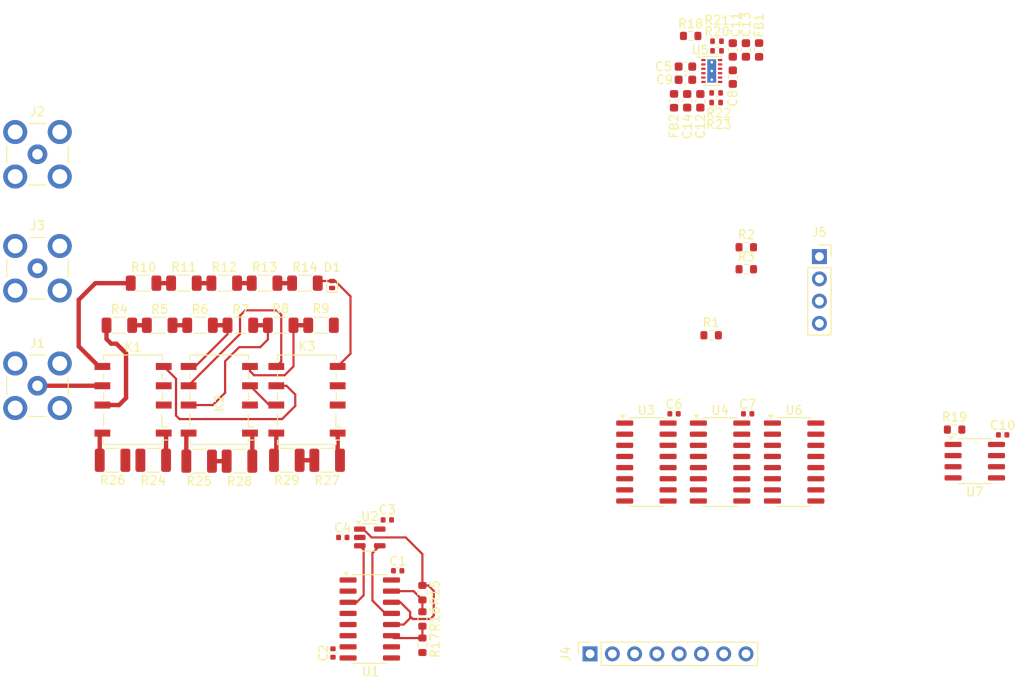
<source format=kicad_pcb>
(kicad_pcb (version 20241229) (generator "pcbnew") (generator_version "9.0")
  (layers (0 "F.Cu" signal) (4 "In1.Cu" signal) (6 "In2.Cu" signal) (2 "B.Cu" signal) (13 "F.Paste" user) (15 "B.Paste" user) (5 "F.SilkS" user "F.Silkscreen") (7 "B.SilkS" user "B.Silkscreen") (1 "F.Mask" user) (3 "B.Mask" user) (25 "Edge.Cuts" user))
  (net 0 "")
  (net 1 "+5V")
  (net 2 "GND")
  (net 3 "-5V")
  (net 4 "+5V2")
  (net 5 "+3V3")
  (net 6 "Net-(U5-C+)")
  (net 7 "Net-(U5-C-)")
  (net 8 "Net-(U5-CP)")
  (net 9 "Net-(U5-OUT+)")
  (net 10 "Net-(U5-OUT-)")
  (net 11 "/V_{LOW}")
  (net 12 "/IN")
  (net 13 "/ADC_{IN}")
  (net 14 "/V_{REF}")
  (net 15 "/EEP_{~{CS}}")
  (net 16 "Net-(J4-Pin_1)")
  (net 17 "/R_{LATCH}")
  (net 18 "Net-(J4-Pin_3)")
  (net 19 "Net-(J4-Pin_2)")
  (net 20 "/R_{~{SRCLR}}")
  (net 21 "/R_{~{OE}}")
  (net 22 "/PG")
  (net 23 "/G1")
  (net 24 "/V_{IN_HI}")
  (net 25 "/V_{IN_LO}")
  (net 26 "/ATT_{OUT}")
  (net 27 "/R1_{+S}")
  (net 28 "/R1_{+R}")
  (net 29 "Net-(K2-Pad5)")
  (net 30 "Net-(K2-Pad3)")
  (net 31 "Net-(K2-Pad6)")
  (net 32 "/R2_{+S}")
  (net 33 "Net-(K2-Pad4)")
  (net 34 "/R2_{+R}")
  (net 35 "Net-(K2-Pad7)")
  (net 36 "/GS_{IN}")
  (net 37 "/R3_{+R}")
  (net 38 "/R3_{+S}")
  (net 39 "/COPI")
  (net 40 "/CIPO")
  (net 41 "/SCLK")
  (net 42 "Net-(R4-Pad2)")
  (net 43 "Net-(R5-Pad2)")
  (net 44 "Net-(R10-Pad2)")
  (net 45 "Net-(R11-Pad2)")
  (net 46 "Net-(R12-Pad2)")
  (net 47 "Net-(R13-Pad2)")
  (net 48 "/G10")
  (net 49 "/G100")
  (net 50 "Net-(U5-FB+)")
  (net 51 "Net-(U5-FB-)")
  (net 52 "/GS_{A}")
  (net 53 "/GS_{B}")
  (net 54 "Net-(U1-X)")
  (net 55 "Net-(U1-Y)")
  (net 56 "/GS_{INH}")
  (net 57 "Net-(U3-QA)")
  (net 58 "Net-(U3-QC)")
  (net 59 "Net-(U3-QH')")
  (net 60 "Net-(U3-QB)")
  (net 61 "Net-(U3-QF)")
  (net 62 "Net-(U3-QE)")
  (net 63 "Net-(U3-QD)")
  (net 64 "/BS_{EN-}")
  (net 67 "/EEP_{~{HOLD}}")
  (net 68 "/BS_{EN+}")
  (net 69 "/EEP_{~{WP}}")
  (footprint "Resistor_SMD:R_0402_1005Metric" (layer "F.Cu") (at 155.6 51.1)
    (property "Reference" "R21" (at 0 -2.4 0) (layer "F.SilkS"))
    (property "Value" "102k")
    (pad "1" smd roundrect (at -0.51 0) (size 0.54 0.64) (layers "F.Cu" "F.Mask" "F.Paste") (net 50 "Net-(U5-FB+)"))
    (pad "2" smd roundrect (at 0.51 0) (size 0.54 0.64) (layers "F.Cu" "F.Mask" "F.Paste") (net 2 "GND"))
  )
  (footprint "Connector_Coaxial:SMB_Jack_Vertical" (layer "F.Cu") (at 78.1 77)
    (property "Reference" "J3" (at 0 -4.85 0) (layer "F.SilkS"))
    (property "Value" "V_{REF}")
    (pad "1" thru_hole circle (at 0 0) (size 2.24 2.24) (drill 1.2) (layers "*.Cu" "*.Mask") (net 14 "/V_{REF}"))
    (pad "2" thru_hole circle (at -2.54 -2.54) (size 2.74 2.74) (drill 1.7) (layers "*.Cu" "*.Mask") (net 2 "GND"))
    (pad "2" thru_hole circle (at -2.54 2.54) (size 2.74 2.74) (drill 1.7) (layers "*.Cu" "*.Mask") (net 2 "GND"))
    (pad "2" thru_hole circle (at 2.54 -2.54) (size 2.74 2.74) (drill 1.7) (layers "*.Cu" "*.Mask") (net 2 "GND"))
    (pad "2" thru_hole circle (at 2.54 2.54) (size 2.74 2.74) (drill 1.7) (layers "*.Cu" "*.Mask") (net 2 "GND"))
  )
  (footprint "Resistor_SMD:R_0402_1005Metric" (layer "F.Cu") (at 155.5 57)
    (property "Reference" "R22" (at 0.3 2.3 0) (layer "F.SilkS"))
    (property "Value" "150k")
    (pad "1" smd roundrect (at -0.51 0) (size 0.54 0.64) (layers "F.Cu" "F.Mask" "F.Paste") (net 2 "GND"))
    (pad "2" smd roundrect (at 0.51 0) (size 0.54 0.64) (layers "F.Cu" "F.Mask" "F.Paste") (net 51 "Net-(U5-FB-)"))
  )
  (footprint "Package_TO_SOT_SMD:SOT-23-5" (layer "F.Cu") (at 116 107.7)
    (property "Reference" "U2" (at 0 -2.4 0) (layer "F.SilkS"))
    (property "Value" "OPA197xDBV")
    (pad "1" smd roundrect (at -1.1375 -0.95) (size 1.325 0.6) (layers "F.Cu" "F.Mask" "F.Paste") (net 23 "/G1"))
    (pad "2" smd roundrect (at -1.1375 0) (size 1.325 0.6) (layers "F.Cu" "F.Mask" "F.Paste") (net 3 "-5V"))
    (pad "3" smd roundrect (at -1.1375 0.95) (size 1.325 0.6) (layers "F.Cu" "F.Mask" "F.Paste") (net 55 "Net-(U1-Y)"))
    (pad "4" smd roundrect (at 1.1375 0.95) (size 1.325 0.6) (layers "F.Cu" "F.Mask" "F.Paste") (net 54 "Net-(U1-X)"))
    (pad "5" smd roundrect (at 1.1375 -0.95) (size 1.325 0.6) (layers "F.Cu" "F.Mask" "F.Paste") (net 1 "+5V"))
  )
  (footprint "Capacitor_SMD:C_0402_1005Metric" (layer "F.Cu") (at 118 105.7)
    (property "Reference" "C3" (at 0 -1.16 0) (layer "F.SilkS"))
    (property "Value" "100nF")
    (pad "1" smd roundrect (at -0.48 0) (size 0.56 0.62) (layers "F.Cu" "F.Mask" "F.Paste") (net 1 "+5V"))
    (pad "2" smd roundrect (at 0.48 0) (size 0.56 0.62) (layers "F.Cu" "F.Mask" "F.Paste") (net 2 "GND"))
  )
  (footprint "Capacitor_SMD:C_0603_1608Metric" (layer "F.Cu") (at 152.2 57.9 90)
    (property "Reference" "C14" (at -2.925 0 90) (layer "F.SilkS"))
    (property "Value" "2.2u")
    (pad "1" smd roundrect (at -0.775 0 90) (size 0.9 0.95) (layers "F.Cu" "F.Mask" "F.Paste") (net 2 "GND"))
    (pad "2" smd roundrect (at 0.775 0 90) (size 0.9 0.95) (layers "F.Cu" "F.Mask" "F.Paste") (net 10 "Net-(U5-OUT-)"))
  )
  (footprint "Resistor_SMD:R_1206_3216Metric" (layer "F.Cu") (at 105.8375 83.5)
    (property "Reference" "R8" (at 0 -1.9 0) (layer "F.SilkS"))
    (property "Value" "9k")
    (pad "1" smd roundrect (at -1.4625 0) (size 1.125 1.75) (layers "F.Cu" "F.Mask" "F.Paste") (roundrect_rratio 0.222222) (net 35 "Net-(K2-Pad7)"))
    (pad "2" smd roundrect (at 1.4625 0) (size 1.125 1.75) (layers "F.Cu" "F.Mask" "F.Paste") (roundrect_rratio 0.222222) (net 33 "Net-(K2-Pad4)"))
  )
  (footprint "Connector_PinSocket_2.54mm:PinSocket_1x08_P2.54mm_Vertical" (layer "F.Cu") (at 141.125 120.975 90)
    (property "Reference" "J4" (at 0 -2.77 90) (layer "F.SilkS"))
    (property "Value" "COM")
    (pad "1" thru_hole rect (at 0 0 90) (size 1.7 1.7) (drill 1) (layers "*.Cu" "*.Mask") (net 16 "Net-(J4-Pin_1)"))
    (pad "2" thru_hole circle (at 0 2.54 90) (size 1.7 1.7) (drill 1) (layers "*.Cu" "*.Mask") (net 19 "Net-(J4-Pin_2)"))
    (pad "3" thru_hole circle (at 0 5.08 90) (size 1.7 1.7) (drill 1) (layers "*.Cu" "*.Mask") (net 18 "Net-(J4-Pin_3)"))
    (pad "4" thru_hole circle (at 0 7.62 90) (size 1.7 1.7) (drill 1) (layers "*.Cu" "*.Mask") (net 15 "/EEP_{~{CS}}"))
    (pad "5" thru_hole circle (at 0 10.16 90) (size 1.7 1.7) (drill 1) (layers "*.Cu" "*.Mask") (net 20 "/R_{~{SRCLR}}"))
    (pad "6" thru_hole circle (at 0 12.7 90) (size 1.7 1.7) (drill 1) (layers "*.Cu" "*.Mask") (net 17 "/R_{LATCH}"))
    (pad "7" thru_hole circle (at 0 15.24 90) (size 1.7 1.7) (drill 1) (layers "*.Cu" "*.Mask") (net 21 "/R_{~{OE}}"))
    (pad "8" thru_hole circle (at 0 17.78 90) (size 1.7 1.7) (drill 1) (layers "*.Cu" "*.Mask") (net 2 "GND"))
  )
  (footprint "Resistor_SMD:R_1210_3225Metric" (layer "F.Cu") (at 96.5375 99 180)
    (property "Reference" "R25" (at 0 -2.28 0) (layer "F.SilkS"))
    (property "Value" "49.9")
    (pad "1" smd roundrect (at -1.4625 0 180) (size 1.125 2.65) (layers "F.Cu" "F.Mask" "F.Paste") (roundrect_rratio 0.222222) (net 1 "+5V"))
    (pad "2" smd roundrect (at 1.4625 0 180) (size 1.125 2.65) (layers "F.Cu" "F.Mask" "F.Paste") (roundrect_rratio 0.222222) (net 34 "/R2_{+R}"))
  )
  (footprint "Capacitor_SMD:C_0603_1608Metric" (layer "F.Cu") (at 152 54 180)
    (property "Reference" "C5" (at 2.5 0 0) (layer "F.SilkS"))
    (property "Value" "4.7u")
    (pad "1" smd roundrect (at -0.775 0 180) (size 0.9 0.95) (layers "F.Cu" "F.Mask" "F.Paste") (net 4 "+5V2"))
    (pad "2" smd roundrect (at 0.775 0 180) (size 0.9 0.95) (layers "F.Cu" "F.Mask" "F.Paste") (net 2 "GND"))
  )
  (footprint "Package_SON:WSON-12-1EP_3x2mm_P0.5mm_EP1x2.65_ThermalVias" (layer "F.Cu") (at 155 54.5)
    (property "Reference" "U5" (at -1.3 -2.4 0) (layer "F.SilkS"))
    (property "Value" "LM27762")
    (pad "1" smd roundrect (at -0.95 -1.25) (size 0.5 0.25) (layers "F.Cu" "F.Mask" "F.Paste") (net 22 "/PG"))
    (pad "2" smd roundrect (at -0.95 -0.75) (size 0.5 0.25) (layers "F.Cu" "F.Mask" "F.Paste") (net 50 "Net-(U5-FB+)"))
    (pad "3" smd roundrect (at -0.95 -0.25) (size 0.5 0.25) (layers "F.Cu" "F.Mask" "F.Paste") (net 4 "+5V2"))
    (pad "4" smd roundrect (at -0.95 0.25) (size 0.5 0.25) (layers "F.Cu" "F.Mask" "F.Paste") (net 2 "GND"))
    (pad "5" smd roundrect (at -0.95 0.75) (size 0.5 0.25) (layers "F.Cu" "F.Mask" "F.Paste") (net 8 "Net-(U5-CP)"))
    (pad "6" smd roundrect (at -0.95 1.25) (size 0.5 0.25) (layers "F.Cu" "F.Mask" "F.Paste") (net 10 "Net-(U5-OUT-)"))
    (pad "7" smd roundrect (at 0.95 1.25) (size 0.5 0.25) (layers "F.Cu" "F.Mask" "F.Paste") (net 51 "Net-(U5-FB-)"))
    (pad "8" smd roundrect (at 0.95 0.75) (size 0.5 0.25) (layers "F.Cu" "F.Mask" "F.Paste") (net 64 "/BS_{EN-}"))
    (pad "9" smd roundrect (at 0.95 0.25) (size 0.5 0.25) (layers "F.Cu" "F.Mask" "F.Paste") (net 7 "Net-(U5-C-)"))
    (pad "10" smd roundrect (at 0.95 -0.25) (size 0.5 0.25) (layers "F.Cu" "F.Mask" "F.Paste") (net 6 "Net-(U5-C+)"))
    (pad "11" smd roundrect (at 0.95 -0.75) (size 0.5 0.25) (layers "F.Cu" "F.Mask" "F.Paste") (net 9 "Net-(U5-OUT+)"))
    (pad "12" smd roundrect (at 0.95 -1.25) (size 0.5 0.25) (layers "F.Cu" "F.Mask" "F.Paste") (net 68 "/BS_{EN+}"))
    (pad "13" thru_hole circle (at 0 -1 90) (size 0.6 0.6) (drill 0.3) (layers "*.Cu") (net 2 "GND"))
    (pad "13" thru_hole circle (at 0 0) (size 0.6 0.6) (drill 0.3) (layers "*.Cu") (net 2 "GND"))
    (pad "13" smd rect (at 0 0) (size 1 2.65) (layers "F.Cu" "F.Mask") (net 2 "GND"))
    (pad "13" smd rect (at 0 0) (size 1 2.65) (layers "B.Cu") (net 2 "GND"))
    (pad "13" thru_hole circle (at 0 1) (size 0.6 0.6) (drill 0.3) (layers "*.Cu") (net 2 "GND"))
  )
  (footprint "Capacitor_SMD:C_0603_1608Metric" (layer "F.Cu") (at 157.4 52.1 90)
    (property "Reference" "C11" (at 2.9 0.3 90) (layer "F.SilkS"))
    (property "Value" "2.2u")
    (pad "1" smd roundrect (at -0.775 0 90) (size 0.9 0.95) (layers "F.Cu" "F.Mask" "F.Paste") (net 9 "Net-(U5-OUT+)"))
    (pad "2" smd roundrect (at 0.775 0 90) (size 0.9 0.95) (layers "F.Cu" "F.Mask" "F.Paste") (net 2 "GND"))
  )
  (footprint "Relay_SMD:Relay_DPDT_Omron_G6K-2F-Y" (layer "F.Cu") (at 89 92 180)
    (property "Reference" "K1" (at 0 6 0) (layer "F.SilkS"))
    (property "Value" "G6KU-2")
    (pad "1" smd rect (at -3.5 -3.8 180) (size 1.8 0.8) (layers "F.Cu" "F.Mask" "F.Paste") (net 27 "/R1_{+S}"))
    (pad "2" smd rect (at -3.5 -0.6 180) (size 1.8 0.8) (layers "F.Cu" "F.Mask" "F.Paste") (net 23 "/G1"))
    (pad "3" smd rect (at -3.5 1.6 180) (size 1.8 0.8) (layers "F.Cu" "F.Mask" "F.Paste") (net 13 "/ADC_{IN}"))
    (pad "4" smd rect (at -3.5 3.8 180) (size 1.8 0.8) (layers "F.Cu" "F.Mask" "F.Paste") (net 26 "/ATT_{OUT}"))
    (pad "5" smd rect (at 3.5 3.8 180) (size 1.8 0.8) (layers "F.Cu" "F.Mask" "F.Paste") (net 25 "/V_{IN_LO}"))
    (pad "6" smd rect (at 3.5 1.6 180) (size 1.8 0.8) (layers "F.Cu" "F.Mask" "F.Paste") (net 12 "/IN"))
    (pad "7" smd rect (at 3.5 -0.6 180) (size 1.8 0.8) (layers "F.Cu" "F.Mask" "F.Paste") (net 24 "/V_{IN_HI}"))
    (pad "8" smd rect (at 3.5 -3.8 180) (size 1.8 0.8) (layers "F.Cu" "F.Mask" "F.Paste") (net 28 "/R1_{+R}"))
  )
  (footprint "Resistor_SMD:R_0603_1608Metric" (layer "F.Cu") (at 122 117 -90)
    (property "Reference" "R16" (at 0 -1.43 90) (layer "F.SilkS"))
    (property "Value" "18k")
    (pad "1" smd roundrect (at -0.825 0 270) (size 0.8 0.95) (layers "F.Cu" "F.Mask" "F.Paste") (net 48 "/G10"))
    (pad "2" smd roundrect (at 0.825 0 270) (size 0.8 0.95) (layers "F.Cu" "F.Mask" "F.Paste") (net 49 "/G100"))
  )
  (footprint "Resistor_SMD:R_1206_3216Metric" (layer "F.Cu") (at 87.4375 83.5)
    (property "Reference" "R4" (at 0 -1.83 0) (layer "F.SilkS"))
    (property "Value" "300k")
    (pad "1" smd roundrect (at -1.4625 0) (size 1.125 1.75) (layers "F.Cu" "F.Mask" "F.Paste") (roundrect_rratio 0.222222) (net 24 "/V_{IN_HI}"))
    (pad "2" smd roundrect (at 1.4625 0) (size 1.125 1.75) (layers "F.Cu" "F.Mask" "F.Paste") (roundrect_rratio 0.222222) (net 42 "Net-(R4-Pad2)"))
  )
  (footprint "Resistor_SMD:R_1206_3216Metric" (layer "F.Cu") (at 104 78.7)
    (property "Reference" "R13" (at 0 -1.83 0) (layer "F.SilkS"))
    (property "Value" "20k")
    (pad "1" smd roundrect (at -1.4625 0) (size 1.125 1.75) (layers "F.Cu" "F.Mask" "F.Paste") (roundrect_rratio 0.222222) (net 46 "Net-(R12-Pad2)"))
    (pad "2" smd roundrect (at 1.4625 0) (size 1.125 1.75) (layers "F.Cu" "F.Mask" "F.Paste") (roundrect_rratio 0.222222) (net 47 "Net-(R13-Pad2)"))
  )
  (footprint "Resistor_SMD:R_0603_1608Metric" (layer "F.Cu") (at 158.94 74.6)
    (property "Reference" "R2" (at 0 -1.43 0) (layer "F.SilkS"))
    (property "Value" "49.9")
    (pad "1" smd roundrect (at -0.825 0) (size 0.8 0.95) (layers "F.Cu" "F.Mask" "F.Paste") (net 40 "/CIPO"))
    (pad "2" smd roundrect (at 0.825 0) (size 0.8 0.95) (layers "F.Cu" "F.Mask" "F.Paste") (net 19 "Net-(J4-Pin_2)"))
  )
  (footprint "Capacitor_SMD:C_0402_1005Metric" (layer "F.Cu") (at 150.7 93.6 180)
    (property "Reference" "C6" (at 0 1.1 0) (layer "F.SilkS"))
    (property "Value" "100nF")
    (pad "1" smd roundrect (at -0.48 0 180) (size 0.56 0.62) (layers "F.Cu" "F.Mask" "F.Paste") (net 2 "GND"))
    (pad "2" smd roundrect (at 0.48 0 180) (size 0.56 0.62) (layers "F.Cu" "F.Mask" "F.Paste") (net 5 "+3V3"))
  )
  (footprint "Resistor_SMD:R_1206_3216Metric" (layer "F.Cu") (at 90.2 78.7)
    (property "Reference" "R10" (at 0 -1.83 0) (layer "F.SilkS"))
    (property "Value" "20k")
    (pad "1" smd roundrect (at -1.4625 0) (size 1.125 1.75) (layers "F.Cu" "F.Mask" "F.Paste") (roundrect_rratio 0.222222) (net 25 "/V_{IN_LO}"))
    (pad "2" smd roundrect (at 1.4625 0) (size 1.125 1.75) (layers "F.Cu" "F.Mask" "F.Paste") (roundrect_rratio 0.222222) (net 44 "Net-(R10-Pad2)"))
  )
  (footprint "Relay_SMD:Relay_DPDT_Omron_G6K-2F-Y" (layer "F.Cu") (at 98.8375 92 180)
    (property "Reference" "K2" (at 0 -0.4 90) (layer "F.SilkS"))
    (property "Value" "G6KU-2")
    (pad "1" smd rect (at -3.5 -3.8 180) (size 1.8 0.8) (layers "F.Cu" "F.Mask" "F.Paste") (net 32 "/R2_{+S}"))
    (pad "2" smd rect (at -3.5 -0.6 180) (size 1.8 0.8) (layers "F.Cu" "F.Mask" "F.Paste") (net 2 "GND"))
    (pad "3" smd rect (at -3.5 1.6 180) (size 1.8 0.8) (layers "F.Cu" "F.Mask" "F.Paste") (net 30 "Net-(K2-Pad3)"))
    (pad "4" smd rect (at -3.5 3.8 180) (size 1.8 0.8) (layers "F.Cu" "F.Mask" "F.Paste") (net 33 "Net-(K2-Pad4)"))
    (pad "5" smd rect (at 3.5 3.8 180) (size 1.8 0.8) (layers "F.Cu" "F.Mask" "F.Paste") (net 29 "Net-(K2-Pad5)"))
    (pad "6" smd rect (at 3.5 1.6 180) (size 1.8 0.8) (layers "F.Cu" "F.Mask" "F.Paste") (net 31 "Net-(K2-Pad6)"))
    (pad "7" smd rect (at 3.5 -0.6 180) (size 1.8 0.8) (layers "F.Cu" "F.Mask" "F.Paste") (net 35 "Net-(K2-Pad7)"))
    (pad "8" smd rect (at 3.5 -3.8 180) (size 1.8 0.8) (layers "F.Cu" "F.Mask" "F.Paste") (net 34 "/R2_{+R}"))
  )
  (footprint "Resistor_SMD:R_1210_3225Metric" (layer "F.Cu") (at 111.1375 98.9)
    (property "Reference" "R27" (at 0 2.3 0) (layer "F.SilkS"))
    (property "Value" "49.9")
    (pad "1" smd roundrect (at -1.4625 0) (size 1.125 2.65) (layers "F.Cu" "F.Mask" "F.Paste") (roundrect_rratio 0.222222) (net 1 "+5V"))
    (pad "2" smd roundrect (at 1.4625 0) (size 1.125 2.65) (layers "F.Cu" "F.Mask" "F.Paste") (roundrect_rratio 0.222222) (net 38 "/R3_{+S}"))
  )
  (footprint "Inductor_SMD:L_0603_1608Metric" (layer "F.Cu") (at 150.7 57.9 -90)
    (property "Reference" "FB2" (at 2.9 0 90) (layer "F.SilkS"))
    (property "Value" "600Ω@100MHz")
    (pad "1" smd roundrect (at -0.7875 0 270) (size 0.875 0.95) (layers "F.Cu" "F.Mask" "F.Paste") (net 10 "Net-(U5-OUT-)"))
    (pad "2" smd roundrect (at 0.7875 0 270) (size 0.875 0.95) (layers "F.Cu" "F.Mask" "F.Paste") (net 3 "-5V"))
  )
  (footprint "Capacitor_SMD:C_0603_1608Metric" (layer "F.Cu") (at 157.4 55.2 -90)
    (property "Reference" "C8" (at 2.41 0 90) (layer "F.SilkS"))
    (property "Value" "1u")
    (pad "1" smd roundrect (at -0.775 0 270) (size 0.9 0.95) (layers "F.Cu" "F.Mask" "F.Paste") (net 6 "Net-(U5-C+)"))
    (pad "2" smd roundrect (at 0.775 0 270) (size 0.9 0.95) (layers "F.Cu" "F.Mask" "F.Paste") (net 7 "Net-(U5-C-)"))
  )
  (footprint "Resistor_SMD:R_1210_3225Metric" (layer "F.Cu") (at 101.1375 99)
    (property "Reference" "R28" (at 0 2.3 0) (layer "F.SilkS"))
    (property "Value" "49.9")
    (pad "1" smd roundrect (at -1.4625 0) (size 1.125 2.65) (layers "F.Cu" "F.Mask" "F.Paste") (roundrect_rratio 0.222222) (net 1 "+5V"))
    (pad "2" smd roundrect (at 1.4625 0) (size 1.125 2.65) (layers "F.Cu" "F.Mask" "F.Paste") (roundrect_rratio 0.222222) (net 32 "/R2_{+S}"))
  )
  (footprint "Capacitor_SMD:C_0603_1608Metric" (layer "F.Cu") (at 152 55.5 180)
    (property "Reference" "C9" (at 2.4 0 0) (layer "F.SilkS"))
    (property "Value" "10u")
    (pad "1" smd roundrect (at -0.775 0 180) (size 0.9 0.95) (layers "F.Cu" "F.Mask" "F.Paste") (net 8 "Net-(U5-CP)"))
    (pad "2" smd roundrect (at 0.775 0 180) (size 0.9 0.95) (layers "F.Cu" "F.Mask" "F.Paste") (net 2 "GND"))
  )
  (footprint "Package_SO:SOIC-16_3.9x9.9mm_P1.27mm" (layer "F.Cu") (at 147.55 99.1)
    (property "Reference" "U3" (at 0 -5.9 0) (layer "F.SilkS"))
    (property "Value" "74HC595")
    (pad "1" smd roundrect (at -2.475 -4.445) (size 1.95 0.6) (layers "F.Cu" "F.Mask" "F.Paste") (net 60 "Net-(U3-QB)"))
    (pad "2" smd roundrect (at -2.475 -3.175) (size 1.95 0.6) (layers "F.Cu" "F.Mask" "F.Paste") (net 58 "Net-(U3-QC)"))
    (pad "3" smd roundrect (at -2.475 -1.905) (size 1.95 0.6) (layers "F.Cu" "F.Mask" "F.Paste") (net 63 "Net-(U3-QD)"))
    (pad "4" smd roundrect (at -2.475 -0.635) (size 1.95 0.6) (layers "F.Cu" "F.Mask" "F.Paste") (net 62 "Net-(U3-QE)"))
    (pad "5" smd roundrect (at -2.475 0.635) (size 1.95 0.6) (layers "F.Cu" "F.Mask" "F.Paste") (net 61 "Net-(U3-QF)"))
    (pad "6" smd roundrect (at -2.475 1.905) (size 1.95 0.6) (layers "F.Cu" "F.Mask" "F.Paste") (net 52 "/GS_{A}"))
    (pad "7" smd roundrect (at -2.475 3.175) (size 1.95 0.6) (layers "F.Cu" "F.Mask" "F.Paste") (net 53 "/GS_{B}"))
    (pad "8" smd roundrect (at -2.475 4.445) (size 1.95 0.6) (layers "F.Cu" "F.Mask" "F.Paste") (net 2 "GND"))
    (pad "9" smd roundrect (at 2.475 4.445) (size 1.95 0.6) (layers "F.Cu" "F.Mask" "F.Paste") (net 59 "Net-(U3-QH')"))
    (pad "10" smd roundrect (at 2.475 3.175) (size 1.95 0.6) (layers "F.Cu" "F.Mask" "F.Paste") (net 20 "/R_{~{SRCLR}}"))
    (pad "11" smd roundrect (at 2.475 1.905) (size 1.95 0.6) (layers "F.Cu" "F.Mask" "F.Paste") (net 41 "/SCLK"))
    (pad "12" smd roundrect (at 2.475 0.635) (size 1.95 0.6) (layers "F.Cu" "F.Mask" "F.Paste") (net 17 "/R_{LATCH}"))
    (pad "13" smd roundrect (at 2.475 -0.635) (size 1.95 0.6) (layers "F.Cu" "F.Mask" "F.Paste") (net 21 "/R_{~{OE}}"))
    (pad "14" smd roundrect (at 2.475 -1.905) (size 1.95 0.6) (layers "F.Cu" "F.Mask" "F.Paste") (net 39 "/COPI"))
    (pad "15" smd roundrect (at 2.475 -3.175) (size 1.95 0.6) (layers "F.Cu" "F.Mask" "F.Paste") (net 57 "Net-(U3-QA)"))
    (pad "16" smd roundrect (at 2.475 -4.445) (size 1.95 0.6) (layers "F.Cu" "F.Mask" "F.Paste") (net 5 "+3V3"))
  )
  (footprint "Resistor_SMD:R_1206_3216Metric" (layer "F.Cu") (at 99.4 78.7)
    (property "Reference" "R12" (at 0 -1.83 0) (layer "F.SilkS"))
    (property "Value" "20k")
    (pad "1" smd roundrect (at -1.4625 0) (size 1.125 1.75) (layers "F.Cu" "F.Mask" "F.Paste") (roundrect_rratio 0.222222) (net 45 "Net-(R11-Pad2)"))
    (pad "2" smd roundrect (at 1.4625 0) (size 1.125 1.75) (layers "F.Cu" "F.Mask" "F.Paste") (roundrect_rratio 0.222222) (net 46 "Net-(R12-Pad2)"))
  )
  (footprint "Capacitor_SMD:C_0402_1005Metric" (layer "F.Cu") (at 119.18 111.5 180)
    (property "Reference" "C1" (at -0.02 1.1 0) (layer "F.SilkS"))
    (property "Value" "100nF")
    (pad "1" smd roundrect (at -0.48 0 180) (size 0.56 0.62) (layers "F.Cu" "F.Mask" "F.Paste") (net 2 "GND"))
    (pad "2" smd roundrect (at 0.48 0 180) (size 0.56 0.62) (layers "F.Cu" "F.Mask" "F.Paste") (net 1 "+5V"))
  )
  (footprint "Capacitor_SMD:C_0603_1608Metric" (layer "F.Cu") (at 158.9 52.1 90)
    (property "Reference" "C13" (at 2.9 0 90) (layer "F.SilkS"))
    (property "Value" "2.2u")
    (pad "1" smd roundrect (at -0.775 0 90) (size 0.9 0.95) (layers "F.Cu" "F.Mask" "F.Paste") (net 9 "Net-(U5-OUT+)"))
    (pad "2" smd roundrect (at 0.775 0 90) (size 0.9 0.95) (layers "F.Cu" "F.Mask" "F.Paste") (net 2 "GND"))
  )
  (footprint "Resistor_SMD:R_1210_3225Metric" (layer "F.Cu") (at 86.6625 98.9 180)
    (property "Reference" "R26" (at 0 -2.28 0) (layer "F.SilkS"))
    (property "Value" "49.9")
    (pad "1" smd roundrect (at -1.4625 0 180) (size 1.125 2.65) (layers "F.Cu" "F.Mask" "F.Paste") (roundrect_rratio 0.222222) (net 1 "+5V"))
    (pad "2" smd roundrect (at 1.4625 0 180) (size 1.125 2.65) (layers "F.Cu" "F.Mask" "F.Paste") (roundrect_rratio 0.222222) (net 28 "/R1_{+R}"))
  )
  (footprint "Resistor_SMD:R_0402_1005Metric" (layer "F.Cu") (at 155.6 52.2 180)
    (property "Reference" "R20" (at 0 2.2 0) (layer "F.SilkS"))
    (property "Value" "316k")
    (pad "1" smd roundrect (at -0.51 0 180) (size 0.54 0.64) (layers "F.Cu" "F.Mask" "F.Paste") (net 9 "Net-(U5-OUT+)"))
    (pad "2" smd roundrect (at 0.51 0 180) (size 0.54 0.64) (layers "F.Cu" "F.Mask" "F.Paste") (net 50 "Net-(U5-FB+)"))
  )
  (footprint "Resistor_SMD:R_0603_1608Metric" (layer "F.Cu") (at 122 114 -90)
    (property "Reference" "R15" (at 0 -1.43 90) (layer "F.SilkS"))
    (property "Value" "180k")
    (pad "1" smd roundrect (at -0.825 0 270) (size 0.8 0.95) (layers "F.Cu" "F.Mask" "F.Paste") (net 23 "/G1"))
    (pad "2" smd roundrect (at 0.825 0 270) (size 0.8 0.95) (layers "F.Cu" "F.Mask" "F.Paste") (net 48 "/G10"))
  )
  (footprint "Capacitor_SMD:C_0402_1005Metric" (layer "F.Cu") (at 159.1 93.6 180)
    (property "Reference" "C7" (at 0 1.1 0) (layer "F.SilkS"))
    (property "Value" "100nF")
    (pad "1" smd roundrect (at -0.48 0 180) (size 0.56 0.62) (layers "F.Cu" "F.Mask" "F.Paste") (net 2 "GND"))
    (pad "2" smd roundrect (at 0.48 0 180) (size 0.56 0.62) (layers "F.Cu" "F.Mask" "F.Paste") (net 5 "+3V3"))
  )
  (footprint "Connector_PinSocket_2.54mm:PinSocket_1x04_P2.54mm_Vertical" (layer "F.Cu") (at 167.28 75.67)
    (property "Reference" "J5" (at 0 -2.77 0) (layer "F.SilkS"))
    (property "Value" "PWR")
    (pad "1" thru_hole rect (at 0 0) (size 1.7 1.7) (drill 1) (layers "*.Cu" "*.Mask") (net 4 "+5V2"))
    (pad "2" thru_hole circle (at 0 2.54) (size 1.7 1.7) (drill 1) (layers "*.Cu" "*.Mask") (net 5 "+3V3"))
    (pad "3" thru_hole circle (at 0 5.08) (size 1.7 1.7) (drill 1) (layers "*.Cu" "*.Mask") (net 22 "/PG"))
    (pad "4" thru_hole circle (at 0 7.62) (size 1.7 1.7) (drill 1) (layers "*.Cu" "*.Mask") (net 2 "GND"))
  )
  (footprint "Resistor_SMD:R_1210_3225Metric" (layer "F.Cu") (at 106.5375 98.9 180)
    (property "Reference" "R29" (at 0 -2.28 0) (layer "F.SilkS"))
    (property "Value" "49.9")
    (pad "1" smd roundrect (at -1.4625 0 180) (size 1.125 2.65) (layers "F.Cu" "F.Mask" "F.Paste") (roundrect_rratio 0.222222) (net 1 "+5V"))
    (pad "2" smd roundrect (at 1.4625 0 180) (size 1.125 2.65) (layers "F.Cu" "F.Mask" "F.Paste") (roundrect_rratio 0.222222) (net 37 "/R3_{+R}"))
  )
  (footprint "Resistor_SMD:R_1210_3225Metric" (layer "F.Cu") (at 91.3 98.9)
    (property "Reference" "R24" (at 0 2.3 0) (layer "F.SilkS"))
    (property "Value" "49.9")
    (pad "1" smd roundrect (at -1.4625 0) (size 1.125 2.65) (layers "F.Cu" "F.Mask" "F.Paste") (roundrect_rratio 0.222222) (net 1 "+5V"))
    (pad "2" smd roundrect (at 1.4625 0) (size 1.125 2.65) (layers "F.Cu" "F.Mask" "F.Paste") (roundrect_rratio 0.222222) (net 27 "/R1_{+S}"))
  )
  (footprint "Resistor_SMD:R_1206_3216Metric" (layer "F.Cu") (at 101.2375 83.5)
    (property "Reference" "R7" (at 0.0375 -1.8 0) (layer "F.SilkS"))
    (property "Value" "90k")
    (pad "1" smd roundrect (at -1.4625 0) (size 1.125 1.75) (layers "F.Cu" "F.Mask" "F.Paste") (roundrect_rratio 0.222222) (net 29 "Net-(K2-Pad5)"))
    (pad "2" smd roundrect (at 1.4625 0) (size 1.125 1.75) (layers "F.Cu" "F.Mask" "F.Paste") (roundrect_rratio 0.222222) (net 35 "Net-(K2-Pad7)"))
  )
  (footprint "Capacitor_SMD:C_0603_1608Metric" (layer "F.Cu") (at 153.7 57.9 90)
    (property "Reference" "C12" (at -2.9 0 90) (layer "F.SilkS"))
    (property "Value" "2.2u")
    (pad "1" smd roundrect (at -0.775 0 90) (size 0.9 0.95) (layers "F.Cu" "F.Mask" "F.Paste") (net 2 "GND"))
    (pad "2" smd roundrect (at 0.775 0 90) (size 0.9 0.95) (layers "F.Cu" "F.Mask" "F.Paste") (net 10 "Net-(U5-OUT-)"))
  )
  (footprint "Package_SO:SOIC-16_3.9x9.9mm_P1.27mm" (layer "F.Cu") (at 155.95 99.1)
    (property "Reference" "U4" (at 0 -5.9 0) (layer "F.SilkS"))
    (property "Value" "74HC595")
    (pad "1" smd roundrect (at -2.475 -4.445) (size 1.95 0.6) (layers "F.Cu" "F.Mask" "F.Paste") (net 64 "/BS_{EN-}"))
    (pad "2" smd roundrect (at -2.475 -3.175) (size 1.95 0.6) (layers "F.Cu" "F.Mask" "F.Paste") (net 56 "/GS_{INH}"))
    (pad "3" smd roundrect (at -2.475 -1.905) (size 1.95 0.6) (layers "F.Cu" "F.Mask" "F.Paste") (net 69 "/EEP_{~{WP}}"))
    (pad "4" smd roundrect (at -2.475 -0.635) (size 1.95 0.6) (layers "F.Cu" "F.Mask" "F.Paste") (net 67 "/EEP_{~{HOLD}}"))
    (pad "5" smd roundrect (at -2.475 0.635) (size 1.95 0.6) (layers "F.Cu" "F.Mask" "F.Paste"))
    (pad "6" smd roundrect (at -2.475 1.905) (size 1.95 0.6) (layers "F.Cu" "F.Mask" "F.Paste"))
    (pad "7" smd roundrect (at -2.475 3.175) (size 1.95 0.6) (layers "F.Cu" "F.Mask" "F.Paste"))
    (pad "8" smd roundrect (at -2.475 4.445) (size 1.95 0.6) (layers "F.Cu" "F.Mask" "F.Paste") (net 2 "GND"))
    (pad "9" smd roundrect (at 2.475 4.445) (size 1.95 0.6) (layers "F.Cu" "F.Mask" "F.Paste"))
    (pad "10" smd roundrect (at 2.475 3.175) (size 1.95 0.6) (layers "F.Cu" "F.Mask" "F.Paste") (net 20 "/R_{~{SRCLR}}"))
    (pad "11" smd roundrect (at 2.475 1.905) (size 1.95 0.6) (layers "F.Cu" "F.Mask" "F.Paste") (net 41 "/SCLK"))
    (pad "12" smd roundrect (at 2.475 0.635) (size 1.95 0.6) (layers "F.Cu" "F.Mask" "F.Paste") (net 17 "/R_{LATCH}"))
    (pad "13" smd roundrect (at 2.475 -0.635) (size 1.95 0.6) (layers "F.Cu" "F.Mask" "F.Paste") (net 21 "/R_{~{OE}}"))
    (pad "14" smd roundrect (at 2.475 -1.905) (size 1.95 0.6) (layers "F.Cu" "F.Mask" "F.Paste") (net 59 "Net-(U3-QH')"))
    (pad "15" smd roundrect (at 2.475 -3.175) (size 1.95 0.6) (layers "F.Cu" "F.Mask" "F.Paste") (net 68 "/BS_{EN+}"))
    (pad "16" smd roundrect (at 2.475 -4.445) (size 1.95 0.6) (layers "F.Cu" "F.Mask" "F.Paste") (net 5 "+3V3"))
  )
  (footprint "Resistor_SMD:R_0603_1608Metric" (layer "F.Cu") (at 152.6 50.5 180)
    (property "Reference" "R18" (at 0 1.4 0) (layer "F.SilkS"))
    (property "Value" "10k")
    (pad "1" smd roundrect (at -0.825 0 180) (size 0.8 0.95) (layers "F.Cu" "F.Mask" "F.Paste") (net 22 "/PG"))
    (pad "2" smd roundrect (at 0.825 0 180) (size 0.8 0.95) (layers "F.Cu" "F.Mask" "F.Paste") (net 5 "+3V3"))
  )
  (footprint "Package_SO:SOIC-16_3.9x9.9mm_P1.27mm" (layer "F.Cu") (at 164.4 99.1)
    (property "Reference" "U6" (at 0 -5.9 0) (layer "F.SilkS"))
    (property "Value" "ULN2003A")
    (pad "1" smd roundrect (at -2.475 -4.445) (size 1.95 0.6) (layers "F.Cu" "F.Mask" "F.Paste") (net 57 "Net-(U3-QA)"))
    (pad "2" smd roundrect (at -2.475 -3.175) (size 1.95 0.6) (layers "F.Cu" "F.Mask" "F.Paste") (net 60 "Net-(U3-QB)"))
    (pad "3" smd roundrect (at -2.475 -1.905) (size 1.95 0.6) (layers "F.Cu" "F.Mask" "F.Paste") (net 58 "Net-(U3-QC)"))
    (pad "4" smd roundrect (at -2.475 -0.635) (size 1.95 0.6) (layers "F.Cu" "F.Mask" "F.Paste") (net 63 "Net-(U3-QD)"))
    (pad "5" smd roundrect (at -2.475 0.635) (size 1.95 0.6) (layers "F.Cu" "F.Mask" "F.Paste") (net 62 "Net-(U3-QE)"))
    (pad "6" smd roundrect (at -2.475 1.905) (size 1.95 0.6) (layers "F.Cu" "F.Mask" "F.Paste") (net 61 "Net-(U3-QF)"))
    (pad "7" smd roundrect (at -2.475 3.175) (size 1.95 0.6) (layers "F.Cu" "F.Mask" "F.Paste"))
    (pad "8" smd roundrect (at -2.475 4.445) (size 1.95 0.6) (layers "F.Cu" "F.Mask" "F.Paste") (net 2 "GND"))
    (pad "9" smd roundrect (at 2.475 4.445) (size 1.95 0.6) (layers "F.Cu" "F.Mask" "F.Paste") (net 1 "+5V"))
    (pad "10" smd roundrect (at 2.475 3.175) (size 1.95 0.6) (layers "F.Cu" "F.Mask" "F.Paste"))
    (pad "11" smd roundrect (at 2.475 1.905) (size 1.95 0.6) (layers "F.Cu" "F.Mask" "F.Paste") (net 37 "/R3_{+R}"))
    (pad "12" smd roundrect (at 2.475 0.635) (size 1.95 0.6) (layers "F.Cu" "F.Mask" "F.Paste") (net 38 "/R3_{+S}"))
    (pad "13" smd roundrect (at 2.475 -0.635) (size 1.95 0.6) (layers "F.Cu" "F.Mask" "F.Paste") (net 34 "/R2_{+R}"))
    (pad "14" smd roundrect (at 2.475 -1.905) (size 1.95 0.6) (layers "F.Cu" "F.Mask" "F.Paste") (net 32 "/R2_{+S}"))
    (pad "15" smd roundrect (at 2.475 -3.175) (size 1.95 0.6) (layers "F.Cu" "F.Mask" "F.Paste") (net 28 "/R1_{+R}"))
    (pad "16" smd roundrect (at 2.475 -4.445) (size 1.95 0.6) (layers "F.Cu" "F.Mask" "F.Paste") (net 27 "/R1_{+S}"))
  )
  (footprint "Resistor_SMD:R_0603_1608Metric" (layer "F.Cu") (at 158.94 77.11)
    (property "Reference" "R3" (at 0 -1.43 0) (layer "F.SilkS"))
    (property "Value" "49.9")
    (pad "1" smd roundrect (at -0.825 0) (size 0.8 0.95) (layers "F.Cu" "F.Mask" "F.Paste") (net 41 "/SCLK"))
    (pad "2" smd roundrect (at 0.825 0) (size 0.8 0.95) (layers "F.Cu" "F.Mask" "F.Paste") (net 18 "Net-(J4-Pin_3)"))
  )
  (footprint "Connector_Coaxial:SMB_Jack_Vertical" (layer "F.Cu") (at 78.1 90.4)
    (property "Reference" "J1" (at 0 -4.85 0) (layer "F.SilkS"))
    (property "Value" "IN")
    (pad "1" thru_hole circle (at 0 0) (size 2.24 2.24) (drill 1.2) (layers "*.Cu" "*.Mask") (net 12 "/IN"))
    (pad "2" thru_hole circle (at -2.54 -2.54) (size 2.74 2.74) (drill 1.7) (layers "*.Cu" "*.Mask") (net 2 "GND"))
    (pad "2" thru_hole circle (at -2.54 2.54) (size 2.74 2.74) (drill 1.7) (layers "*.Cu" "*.Mask") (net 2 "GND"))
    (pad "2" thru_hole circle (at 2.54 -2.54) (size 2.74 2.74) (drill 1.7) (layers "*.Cu" "*.Mask") (net 2 "GND"))
    (pad "2" thru_hole circle (at 2.54 2.54) (size 2.74 2.74) (drill 1.7) (layers "*.Cu" "*.Mask") (net 2 "GND"))
  )
  (footprint "Resistor_SMD:R_1206_3216Metric" (layer "F.Cu") (at 108.6 78.7)
    (property "Reference" "R14" (at 0 -1.83 0) (layer "F.SilkS"))
    (property "Value" "20k")
    (pad "1" smd roundrect (at -1.4625 0) (size 1.125 1.75) (layers "F.Cu" "F.Mask" "F.Paste") (roundrect_rratio 0.222222) (net 47 "Net-(R13-Pad2)"))
    (pad "2" smd roundrect (at 1.4625 0) (size 1.125 1.75) (layers "F.Cu" "F.Mask" "F.Paste") (roundrect_rratio 0.222222) (net 11 "/V_{LOW}"))
  )
  (footprint "Inductor_SMD:L_0603_1608Metric" (layer "F.Cu") (at 160.4 52.1 90)
    (property "Reference" "FB1" (at 2.8 0 90) (layer "F.SilkS"))
    (property "Value" "600Ω@100MHz")
    (pad "1" smd roundrect (at -0.7875 0 90) (size 0.875 0.95) (layers "F.Cu" "F.Mask" "F.Paste") (net 9 "Net-(U5-OUT+)"))
    (pad "2" smd roundrect (at 0.7875 0 90) (size 0.875 0.95) (layers "F.Cu" "F.Mask" "F.Paste") (net 1 "+5V"))
  )
  (footprint "Resistor_SMD:R_1206_3216Metric" (layer "F.Cu") (at 94.8 78.7)
    (property "Reference" "R11" (at 0 -1.83 0) (layer "F.SilkS"))
    (property "Value" "20k")
    (pad "1" smd roundrect (at -1.4625 0) (size 1.125 1.75) (layers "F.Cu" "F.Mask" "F.Paste") (roundrect_rratio 0.222222) (net 44 "Net-(R10-Pad2)"))
    (pad "2" smd roundrect (at 1.4625 0) (size 1.125 1.75) (layers "F.Cu" "F.Mask" "F.Paste") (roundrect_rratio 0.222222) (net 45 "Net-(R11-Pad2)"))
  )
  (footprint "Resistor_SMD:R_0402_1005Metric" (layer "F.Cu") (at 155.5 58.1 180)
    (property "Reference" "R23" (at -0.3 -2.5 0) (layer "F.SilkS"))
    (property "Value" "475k")
    (pad "1" smd roundrect (at -0.51 0 180) (size 0.54 0.64) (layers "F.Cu" "F.Mask" "F.Paste") (net 51 "Net-(U5-FB-)"))
    (pad "2" smd roundrect (at 0.51 0 180) (size 0.54 0.64) (layers "F.Cu" "F.Mask" "F.Paste") (net 10 "Net-(U5-OUT-)"))
  )
  (footprint "Capacitor_SMD:C_0402_1005Metric" (layer "F.Cu") (at 111.8 120.88 -90)
    (property "Reference" "C2" (at 0 1.1 90) (layer "F.SilkS"))
    (property "Value" "100nF")
    (pad "1" smd roundrect (at -0.48 0 270) (size 0.56 0.62) (layers "F.Cu" "F.Mask" "F.Paste") (net 3 "-5V"))
    (pad "2" smd roundrect (at 0.48 0 270) (size 0.56 0.62) (layers "F.Cu" "F.Mask" "F.Paste") (net 2 "GND"))
  )
  (footprint "Diode_SMD:D_SOD-882D" (layer "F.Cu") (at 111.7 78.85 90)
    (property "Reference" "D1" (at 1.95 0 180) (layer "F.SilkS"))
    (property "Value" "5.5V")
    (pad "1" smd roundrect (at -0.4 0 90) (size 0.5 0.7) (layers "F.Cu" "F.Mask") (net 2 "GND"))
    (pad "2" smd roundrect (at 0.4 0 90) (size 0.5 0.7) (layers "F.Cu" "F.Mask") (net 11 "/V_{LOW}"))
  )
  (footprint "Package_SO:SOIC-8_3.9x4.9mm_P1.27mm" (layer "F.Cu") (at 185 99)
    (property "Reference" "U7" (at 0 3.5 0) (layer "F.SilkS"))
    (property "Value" "25CSM04xxSN")
    (pad "1" smd roundrect (at -2.475 -1.905) (size 1.95 0.6) (layers "F.Cu" "F.Mask" "F.Paste") (net 15 "/EEP_{~{CS}}"))
    (pad "2" smd roundrect (at -2.475 -0.635) (size 1.95 0.6) (layers "F.Cu" "F.Mask" "F.Paste") (net 40 "/CIPO"))
    (pad "3" smd roundrect (at -2.475 0.635) (size 1.95 0.6) (layers "F.Cu" "F.Mask" "F.Paste") (net 69 "/EEP_{~{WP}}"))
    (pad "4" smd roundrect (at -2.475 1.905) (size 1.95 0.6) (layers "F.Cu" "F.Mask" "F.Paste") (net 2 "GND"))
    (pad "5" smd roundrect (at 2.475 1.905) (size 1.95 0.6) (layers "F.Cu" "F.Mask" "F.Paste") (net 39 "/COPI"))
    (pad "6" smd roundrect (at 2.475 0.635) (size 1.95 0.6) (layers "F.Cu" "F.Mask" "F.Paste") (net 41 "/SCLK"))
    (pad "7" smd roundrect (at 2.475 -0.635) (size 1.95 0.6) (layers "F.Cu" "F.Mask" "F.Paste") (net 67 "/EEP_{~{HOLD}}"))
    (pad "8" smd roundrect (at 2.475 -1.905) (size 1.95 0.6) (layers "F.Cu" "F.Mask" "F.Paste") (net 5 "+3V3"))
  )
  (footprint "Resistor_SMD:R_1206_3216Metric" (layer "F.Cu") (at 96.6375 83.5)
    (property "Reference" "R6" (at 0 -1.83 0) (layer "F.SilkS"))
    (property "Value" "300k")
    (pad "1" smd roundrect (at -1.4625 0) (size 1.125 1.75) (layers "F.Cu" "F.Mask" "F.Paste") (roundrect_rratio 0.222222) (net 43 "Net-(R5-Pad2)"))
    (pad "2" smd roundrect (at 1.4625 0) (size 1.125 1.75) (layers "F.Cu" "F.Mask" "F.Paste") (roundrect_rratio 0.222222) (net 29 "Net-(K2-Pad5)"))
  )
  (footprint "Resistor_SMD:R_1206_3216Metric" (layer "F.Cu") (at 110.4375 83.5)
    (property "Reference" "R9" (at 0 -1.9 0) (layer "F.SilkS"))
    (property "Value" "1k")
    (pad "1" smd roundrect (at -1.4625 0) (size 1.125 1.75) (layers "F.Cu" "F.Mask" "F.Paste") (roundrect_rratio 0.222222) (net 33 "Net-(K2-Pad4)"))
    (pad "2" smd roundrect (at 1.4625 0) (size 1.125 1.75) (layers "F.Cu" "F.Mask" "F.Paste") (roundrect_rratio 0.222222) (net 2 "GND"))
  )
  (footprint "Capacitor_SMD:C_0402_1005Metric" (layer "F.Cu") (at 112.92 107.7 180)
    (property "Reference" "C4" (at 0.02 1.1 0) (layer "F.SilkS"))
    (property "Value" "100nF")
    (pad "1" smd roundrect (at -0.48 0 180) (size 0.56 0.62) (layers "F.Cu" "F.Mask" "F.Paste") (net 3 "-5V"))
    (pad "2" smd roundrect (at 0.48 0 180) (size 0.56 0.62) (layers "F.Cu" "F.Mask" "F.Paste") (net 2 "GND"))
  )
  (footprint "Resistor_SMD:R_0603_1608Metric" (layer "F.Cu") (at 122 120 -90)
    (property "Reference" "R17" (at 0 -1.43 90) (layer "F.SilkS"))
    (property "Value" "2k")
    (pad "1" smd roundrect (at -0.825 0 270) (size 0.8 0.95) (layers "F.Cu" "F.Mask" "F.Paste") (net 49 "/G100"))
    (pad "2" smd roundrect (at 0.825 0 270) (size 0.8 0.95) (layers "F.Cu" "F.Mask" "F.Paste") (net 2 "GND"))
  )
  (footprint "Package_SO:SOIC-16_3.9x9.9mm_P1.27mm" (layer "F.Cu") (at 116 117)
    (property "Reference" "U1" (at 0.1 6 0) (layer "F.SilkS"))
    (property "Value" "DG4052E")
    (pad "1" smd roundrect (at -2.475 -4.445) (size 1.95 0.6) (layers "F.Cu" "F.Mask" "F.Paste") (net 14 "/V_{REF}"))
    (pad "2" smd roundrect (at -2.475 -3.175) (size 1.95 0.6) (layers "F.Cu" "F.Mask" "F.Paste") (net 36 "/GS_{IN}"))
    (pad "3" smd roundrect (at -2.475 -1.905) (size 1.95 0.6) (layers "F.Cu" "F.Mask" "F.Paste") (net 55 "Net-(U1-Y)"))
    (pad "4" smd roundrect (at -2.475 -0.635) (size 1.95 0.6) (layers "F.Cu" "F.Mask" "F.Paste") (net 36 "/GS_{IN}"))
    (pad "5" smd roundrect (at -2.475 0.635) (size 1.95 0.6) (layers "F.Cu" "F.Mask" "F.Paste") (net 36 "/GS_{IN}"))
    (pad "6" smd roundrect (at -2.475 1.905) (size 1.95 0.6) (layers "F.Cu" "F.Mask" "F.Paste") (net 56 "/GS_{INH}"))
    (pad "7" smd roundrect (at -2.475 3.175) (size 1.95 0.6) (layers "F.Cu" "F.Mask" "F.Paste") (net 3 "-5V"))
    (pad "8" smd roundrect (at -2.475 4.445) (size 1.95 0.6) (layers "F.Cu" "F.Mask" "F.Paste") (net 2 "GND"))
    (pad "9" smd roundrect (at 2.475 4.445) (size 1.95 0.6) (layers "F.Cu" "F.Mask" "F.Paste") (net 53 "/GS_{B}"))
    (pad "10" smd roundrect (at 2.475 3.175) (size 1.95 0.6) (layers "F.Cu" "F.Mask" "F.Paste") (net 52 "/GS_{A}"))
    (pad "11" smd roundrect (at 2.475 1.905) (size 1.95 0.6) (layers "F.Cu" "F.Mask" "F.Paste") (net 49 "/G100"))
    (pad "12" smd roundrect (at 2.475 0.635) (size 1.95 0.6) (layers "F.Cu" "F.Mask" "F.Paste") (net 23 "/G1"))
    (pad "13" smd roundrect (at 2.475 -0.635) (size 1.95 0.6) (layers "F.Cu" "F.Mask" "F.Paste") (net 54 "Net-(U1-X)"))
    (pad "14" smd roundrect (at 2.475 -1.905) (size 1.95 0.6) (layers "F.Cu" "F.Mask" "F.Paste") (net 23 "/G1"))
    (pad "15" smd roundrect (at 2.475 -3.175) (size 1.95 0.6) (layers "F.Cu" "F.Mask" "F.Paste") (net 48 "/G10"))
    (pad "16" smd roundrect (at 2.475 -4.445) (size 1.95 0.6) (layers "F.Cu" "F.Mask" "F.Paste") (net 1 "+5V"))
  )
  (footprint "Connector_Coaxial:SMB_Jack_Vertical" (layer "F.Cu") (at 78.1 64)
    (property "Reference" "J2" (at 0 -4.85 0) (layer "F.SilkS"))
    (property "Value" "AOUT")
    (pad "1" thru_hole circle (at 0 0) (size 2.24 2.24) (drill 1.2) (layers "*.Cu" "*.Mask") (net 13 "/ADC_{IN}"))
    (pad "2" thru_hole circle (at -2.54 -2.54) (size 2.74 2.74) (drill 1.7) (layers "*.Cu" "*.Mask") (net 2 "GND"))
    (pad "2" thru_hole circle (at -2.54 2.54) (size 2.74 2.74) (drill 1.7) (layers "*.Cu" "*.Mask") (net 2 "GND"))
    (pad "2" thru_hole circle (at 2.54 -2.54) (size 2.74 2.74) (drill 1.7) (layers "*.Cu" "*.Mask") (net 2 "GND"))
    (pad "2" thru_hole circle (at 2.54 2.54) (size 2.74 2.74) (drill 1.7) (layers "*.Cu" "*.Mask") (net 2 "GND"))
  )
  (footprint "Capacitor_SMD:C_0402_1005Metric" (layer "F.Cu") (at 188.18 96 180)
    (property "Reference" "C10" (at 0 1.1 0) (layer "F.SilkS"))
    (property "Value" "100nF")
    (pad "1" smd roundrect (at -0.48 0 180) (size 0.56 0.62) (layers "F.Cu" "F.Mask" "F.Paste") (net 2 "GND"))
    (pad "2" smd roundrect (at 0.48 0 180) (size 0.56 0.62) (layers "F.Cu" "F.Mask" "F.Paste") (net 5 "+3V3"))
  )
  (footprint "Resistor_SMD:R_1206_3216Metric" (layer "F.Cu") (at 92.0375 83.5)
    (property "Reference" "R5" (at 0 -1.83 0) (layer "F.SilkS"))
    (property "Value" "300k")
    (pad "1" smd roundrect (at -1.4625 0) (size 1.125 1.75) (layers "F.Cu" "F.Mask" "F.Paste") (roundrect_rratio 0.222222) (net 42 "Net-(R4-Pad2)"))
    (pad "2" smd roundrect (at 1.4625 0) (size 1.125 1.75) (layers "F.Cu" "F.Mask" "F.Paste") (roundrect_rratio 0.222222) (net 43 "Net-(R5-Pad2)"))
  )
  (footprint "Resistor_SMD:R_0603_1608Metric" (layer "F.Cu") (at 182.7 95.4)
    (property "Reference" "R19" (at 0 -1.43 0) (layer "F.SilkS"))
    (property "Value" "10k")
    (pad "1" smd roundrect (at -0.825 0) (size 0.8 0.95) (layers "F.Cu" "F.Mask" "F.Paste") (net 15 "/EEP_{~{CS}}"))
    (pad "2" smd roundrect (at 0.825 0) (size 0.8 0.95) (layers "F.Cu" "F.Mask" "F.Paste") (net 5 "+3V3"))
  )
  (footprint "Resistor_SMD:R_0603_1608Metric" (layer "F.Cu") (at 154.93 84.64)
    (property "Reference" "R1" (at 0 -1.43 0) (layer "F.SilkS"))
    (property "Value" "49.9")
    (pad "1" smd roundrect (at -0.825 0) (size 0.8 0.95) (layers "F.Cu" "F.Mask" "F.Paste") (net 39 "/COPI"))
    (pad "2" smd roundrect (at 0.825 0) (size 0.8 0.95) (layers "F.Cu" "F.Mask" "F.Paste") (net 16 "Net-(J4-Pin_1)"))
  )
  (footprint "Relay_SMD:Relay_DPDT_Omron_G6K-2F-Y" (layer "F.Cu") (at 108.8375 92 180)
    (property "Reference" "K3" (at 0 6.1 0) (layer "F.SilkS"))
    (property "Value" "G6KU-2")
    (pad "1" smd rect (at -3.5 -3.8 180) (size 1.8 0.8) (layers "F.Cu" "F.Mask" "F.Paste") (net 38 "/R3_{+S}"))
    (pad "2" smd rect (at -3.5 -0.6 180) (size 1.8 0.8) (layers "F.Cu" "F.Mask" "F.Paste") (net 2 "GND"))
    (pad "3" smd rect (at -3.5 1.6 180) (size 1.8 0.8) (layers "F.Cu" "F.Mask" "F.Paste") (net 36 "/GS_{IN}"))
    (pad "4" smd rect (at -3.5 3.8 180) (size 1.8 0.8) (layers "F.Cu" "F.Mask" "F.Paste") (net 11 "/V_{LOW}"))
    (pad "5" smd rect (at 3.5 3.8 180) (size 1.8 0.8) (layers "F.Cu" "F.Mask" "F.Paste") (net 31 "Net-(K2-Pad6)"))
    (pad "6" smd rect (at 3.5 1.6 180) (size 1.8 0.8) (layers "F.Cu" "F.Mask" "F.Paste") (net 26 "/ATT_{OUT}"))
    (pad "7" smd rect (at 3.5 -0.6 180) (size 1.8 0.8) (layers "F.Cu" "F.Mask" "F.Paste") (net 30 "Net-(K2-Pad3)"))
    (pad "8" smd rect (at 3.5 -3.8 180) (size 1.8 0.8) (layers "F.Cu" "F.Mask" "F.Paste") (net 37 "/R3_{+R}"))
  )
  (segment (start 99.675 99) (end 98 99) (width 0.5) (layer "F.Cu") (net 1))
  (segment (start 108 98.9) (end 109.675 98.9) (width 0.5) (layer "F.Cu") (net 1))
  (segment (start 112.049999 78.45) (end 113.8 80.200001) (width 0.25) (layer "F.Cu") (net 11))
  (segment (start 110.3125 78.45) (end 111.7 78.45) (width 0.25) (layer "F.Cu") (net 11))
  (segment (start 111.7 78.45) (end 112.049999 78.45) (width 0.25) (layer "F.Cu") (net 11))
  (segment (start 113.8 86.7375) (end 112.3375 88.2) (width 0.25) (layer "F.Cu") (net 11))
  (segment (start 110.0625 78.7) (end 110.3125 78.45) (width 0.25) (layer "F.Cu") (net 11))
  (segment (start 113.8 80.200001) (end 113.8 86.7375) (width 0.25) (layer "F.Cu") (net 11))
  (segment (start 85.5 90.4) (end 78.1 90.4) (width 0.5) (layer "F.Cu") (net 12))
  (segment (start 120.6 116.9) (end 120.6 116.7) (width 0.25) (layer "F.Cu") (net 23))
  (segment (start 120.6 116.7) (end 120.9 117) (width 0.25) (layer "F.Cu") (net 23))
  (segment (start 120.1 107.7) (end 122 109.6) (width 0.25) (layer "F.Cu") (net 23))
  (segment (start 116.202322 107.7) (end 120.1 107.7) (width 0.25) (layer "F.Cu") (net 23))
  (segment (start 122.9 117) (end 123.3 116.6) (width 0.25) (layer "F.Cu") (net 23))
  (segment (start 120.6 116.2) (end 119.495 115.095) (width 0.25) (layer "F.Cu") (net 23))
  (segment (start 119.865 117.635) (end 120.6 116.9) (width 0.25) (layer "F.Cu") (net 23))
  (segment (start 122 109.6) (end 122 113.175) (width 0.25) (layer "F.Cu") (net 23))
  (segment (start 114.8625 106.75) (end 115.252322 106.75) (width 0.25) (layer "F.Cu") (net 23))
  (segment (start 123.3 116.6) (end 123.3 113.8) (width 0.25) (layer "F.Cu") (net 23))
  (segment (start 115.252322 106.75) (end 116.202322 107.7) (width 0.25) (layer "F.Cu") (net 23))
  (segment (start 120.9 117) (end 122.9 117) (width 0.25) (layer "F.Cu") (net 23))
  (segment (start 119.495 115.095) (end 118.475 115.095) (width 0.25) (layer "F.Cu") (net 23))
  (segment (start 118.475 117.635) (end 119.865 117.635) (width 0.25) (layer "F.Cu") (net 23))
  (segment (start 123.3 113.8) (end 122.675 113.175) (width 0.25) (layer "F.Cu") (net 23))
  (segment (start 120.6 116.7) (end 120.6 116.2) (width 0.25) (layer "F.Cu") (net 23))
  (segment (start 122.675 113.175) (end 122 113.175) (width 0.25) (layer "F.Cu") (net 23))
  (segment (start 85.5 92.6) (end 87.4 92.6) (width 0.5) (layer "F.Cu") (net 24))
  (segment (start 86.5 85.6) (end 85.975 85.075) (width 0.5) (layer "F.Cu") (net 24))
  (segment (start 88.2 86.7) (end 87.1 85.6) (width 0.5) (layer "F.Cu") (net 24))
  (segment (start 88.2 91.8) (end 88.2 86.7) (width 0.5) (layer "F.Cu") (net 24))
  (segment (start 87.1 85.6) (end 86.5 85.6) (width 0.5) (layer "F.Cu") (net 24))
  (segment (start 85.975 85.075) (end 85.975 83.5) (width 0.5) (layer "F.Cu") (net 24))
  (segment (start 87.4 92.6) (end 88.2 91.8) (width 0.5) (layer "F.Cu") (net 24))
  (segment (start 85.1 88.2) (end 82.8 85.9) (width 0.5) (layer "F.Cu") (net 25))
  (segment (start 82.8 85.9) (end 82.8 80.6) (width 0.5) (layer "F.Cu") (net 25))
  (segment (start 85.5 88.2) (end 85.1 88.2) (width 0.5) (layer "F.Cu") (net 25))
  (segment (start 84.7 78.7) (end 88.7375 78.7) (width 0.5) (layer "F.Cu") (net 25))
  (segment (start 82.8 80.6) (end 84.7 78.7) (width 0.5) (layer "F.Cu") (net 25))
  (segment (start 94.3 94.2) (end 106 94.2) (width 0.25) (layer "F.Cu") (net 26))
  (segment (start 107.5 91.4) (end 106.5 90.4) (width 0.25) (layer "F.Cu") (net 26))
  (segment (start 93.9 89.6) (end 93.9 93.8) (width 0.25) (layer "F.Cu") (net 26))
  (segment (start 106 94.2) (end 107.5 92.7) (width 0.25) (layer "F.Cu") (net 26))
  (segment (start 106.5 90.4) (end 105.3375 90.4) (width 0.25) (layer "F.Cu") (net 26))
  (segment (start 107.5 92.7) (end 107.5 91.4) (width 0.25) (layer "F.Cu") (net 26))
  (segment (start 93.9 93.8) (end 94.3 94.2) (width 0.25) (layer "F.Cu") (net 26))
  (segment (start 92.5 88.2) (end 93.9 89.6) (width 0.25) (layer "F.Cu") (net 26))
  (segment (start 92.7625 98.9) (end 92.7625 96.0625) (width 0.5) (layer "F.Cu") (net 27))
  (segment (start 92.7625 96.0625) (end 92.5 95.8) (width 0.5) (layer "F.Cu") (net 27))
  (segment (start 85.2 96.1) (end 85.5 95.8) (width 0.5) (layer "F.Cu") (net 28))
  (segment (start 85.2 98.9) (end 85.2 96.1) (width 0.5) (layer "F.Cu") (net 28))
  (segment (start 96.1 88.2) (end 95.3375 88.2) (width 0.25) (layer "F.Cu") (net 29))
  (segment (start 99.775 83.5) (end 99.075 83.5) (width 0.5) (layer "F.Cu") (net 29))
  (segment (start 99.775 84.525) (end 96.1 88.2) (width 0.25) (layer "F.Cu") (net 29))
  (segment (start 99.775 83.5) (end 99.775 84.525) (width 0.25) (layer "F.Cu") (net 29))
  (segment (start 99.075 83.5) (end 98.1 83.5) (width 0.5) (layer "F.Cu") (net 29))
  (segment (start 104.5375 92.6) (end 105.3375 92.6) (width 0.25) (layer "F.Cu") (net 30))
  (segment (start 102.3375 90.4) (end 104.5375 92.6) (width 0.25) (layer "F.Cu") (net 30))
  (segment (start 105.4 81.8) (end 105.9 82.3) (width 0.25) (layer "F.Cu") (net 31))
  (segment (start 101.8 81.8) (end 105.4 81.8) (width 0.25) (layer "F.Cu") (net 31))
  (segment (start 101.2 84.5) (end 101.2 82.4) (width 0.25) (layer "F.Cu") (net 31))
  (segment (start 105.9 82.3) (end 105.9 87.6375) (width 0.25) (layer "F.Cu") (net 31))
  (segment (start 95.3375 90.3625) (end 101.2 84.5) (width 0.25) (layer "F.Cu") (net 31))
  (segment (start 95.3375 90.4) (end 95.3375 90.3625) (width 0.25) (layer "F.Cu") (net 31))
  (segment (start 101.2 82.4) (end 101.8 81.8) (width 0.25) (layer "F.Cu") (net 31))
  (segment (start 105.9 87.6375) (end 105.3375 88.2) (width 0.25) (layer "F.Cu") (net 31))
  (segment (start 102.6 96.0625) (end 102.3375 95.8) (width 0.5) (layer "F.Cu") (net 32))
  (segment (start 102.6 99) (end 102.6 96.0625) (width 0.5) (layer "F.Cu") (net 32))
  (segment (start 108.175 83.5) (end 107.3 83.5) (width 0.5) (layer "F.Cu") (net 33))
  (segment (start 106.2895 89.2) (end 102.8 89.2) (width 0.25) (layer "F.Cu") (net 33))
  (segment (start 108.975 83.5) (end 108.175 83.5) (width 0.5) (layer "F.Cu") (net 33))
  (segment (start 102.8 89.2) (end 102.3375 88.7375) (width 0.25) (layer "F.Cu") (net 33))
  (segment (start 107.3 83.5) (end 107.3 88.1895) (width 0.25) (layer "F.Cu") (net 33))
  (segment (start 102.3375 88.7375) (end 102.3375 88.2) (width 0.25) (layer "F.Cu") (net 33))
  (segment (start 107.3 88.1895) (end 106.2895 89.2) (width 0.25) (layer "F.Cu") (net 33))
  (segment (start 95.075 96.0625) (end 95.3375 95.8) (width 0.5) (layer "F.Cu") (net 34))
  (segment (start 95.075 99) (end 95.075 96.0625) (width 0.5) (layer "F.Cu") (net 34))
  (segment (start 99.5 91.2) (end 99.5 87.6) (width 0.25) (layer "F.Cu") (net 35))
  (segment (start 98.1 92.6) (end 99.5 91.2) (width 0.25) (layer "F.Cu") (net 35))
  (segment (start 104.375 85.125) (end 104.375 83.5) (width 0.25) (layer "F.Cu") (net 35))
  (segment (start 99.5 87.6) (end 101.1 86) (width 0.25) (layer "F.Cu") (net 35))
  (segment (start 102.7 83.5) (end 104.375 83.5) (width 0.5) (layer "F.Cu") (net 35))
  (segment (start 103.5 86) (end 104.375 85.125) (width 0.25) (layer "F.Cu") (net 35))
  (segment (start 95.3375 92.6) (end 98.1 92.6) (width 0.25) (layer "F.Cu") (net 35))
  (segment (start 101.1 86) (end 103.5 86) (width 0.25) (layer "F.Cu") (net 35))
  (segment (start 105.3375 98.6375) (end 105.075 98.9) (width 0.5) (layer "F.Cu") (net 37))
  (segment (start 105.3375 95.8) (end 105.3375 98.6375) (width 0.5) (layer "F.Cu") (net 37))
  (segment (start 112.3375 95.8) (end 112.3375 98.6375) (width 0.5) (layer "F.Cu") (net 38))
  (segment (start 112.3375 98.6375) (end 112.6 98.9) (width 0.5) (layer "F.Cu") (net 38))
  (segment (start 90.575 83.5) (end 88.9 83.5) (width 0.5) (layer "F.Cu") (net 42))
  (segment (start 95.175 83.5) (end 93.5 83.5) (width 0.5) (layer "F.Cu") (net 43))
  (segment (start 91.6625 78.7) (end 93.3375 78.7) (width 0.5) (layer "F.Cu") (net 44))
  (segment (start 97.9375 78.7) (end 96.2625 78.7) (width 0.5) (layer "F.Cu") (net 45))
  (segment (start 102.5375 78.7) (end 100.8625 78.7) (width 0.5) (layer "F.Cu") (net 46))
  (segment (start 107.1375 78.7) (end 105.4625 78.7) (width 0.5) (layer "F.Cu") (net 47))
  (segment (start 121 113.825) (end 122 114.825) (width 0.25) (layer "F.Cu") (net 48))
  (segment (start 118.475 113.825) (end 121 113.825) (width 0.25) (layer "F.Cu") (net 48))
  (segment (start 122 116.175) (end 122 114.825) (width 0.25) (layer "F.Cu") (net 48))
  (segment (start 118.745 119.175) (end 118.475 118.905) (width 0.25) (layer "F.Cu") (net 49))
  (segment (start 122 119.175) (end 118.745 119.175) (width 0.25) (layer "F.Cu") (net 49))
  (segment (start 122 117.825) (end 122 119.175) (width 0.25) (layer "F.Cu") (net 49))
  (segment (start 117.765 116.365) (end 118.475 116.365) (width 0.25) (layer "F.Cu") (net 54))
  (segment (start 116.3 114.9) (end 117.765 116.365) (width 0.25) (layer "F.Cu") (net 54))
  (segment (start 116.3 109.4875) (end 116.3 114.9) (width 0.25) (layer "F.Cu") (net 54))
  (segment (start 117.1375 108.65) (end 116.3 109.4875) (width 0.25) (layer "F.Cu") (net 54))
  (segment (start 115.3 114.294999) (end 115.3 109.0875) (width 0.25) (layer "F.Cu") (net 55))
  (segment (start 113.525 115.095) (end 114.499999 115.095) (width 0.25) (layer "F.Cu") (net 55))
  (segment (start 115.3 109.0875) (end 114.8625 108.65) (width 0.25) (layer "F.Cu") (net 55))
  (segment (start 114.499999 115.095) (end 115.3 114.294999) (width 0.25) (layer "F.Cu") (net 55))
)
</source>
